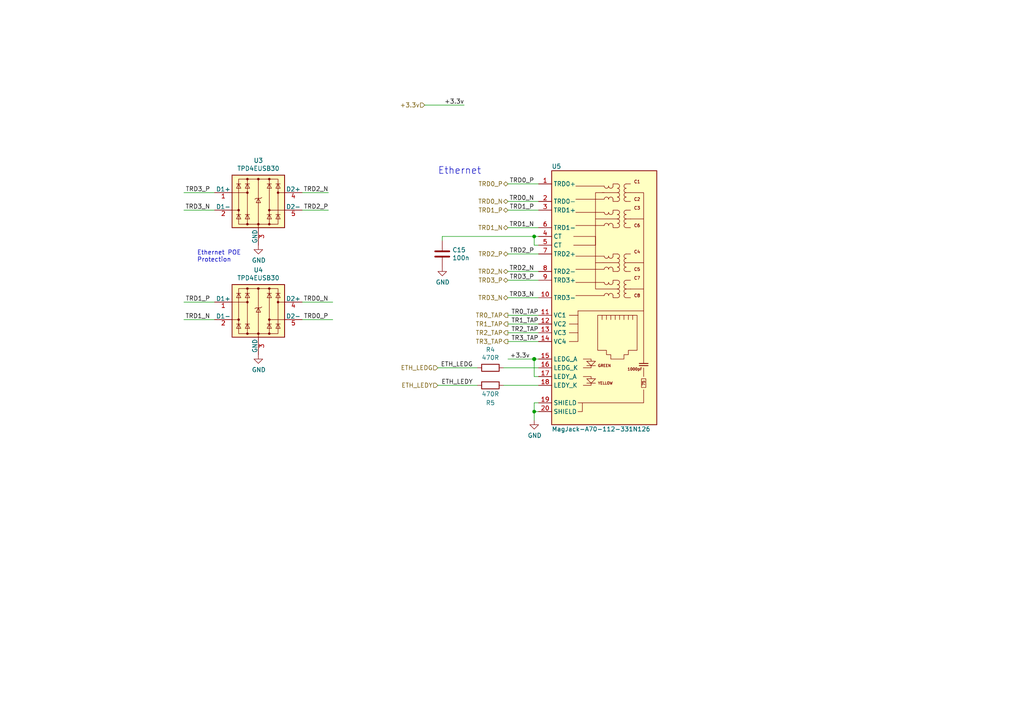
<source format=kicad_sch>
(kicad_sch (version 20210406) (generator eeschema)
  (paper "A4")
  (lib_symbols
    (symbol "CM4IO:MagJack-A70-112-331N126"
      (property "Reference" "U" (at 0 0 0))
      (property "Value" "MagJack-A70-112-331N126" (at 0 0 0))
      (symbol "MagJack-A70-112-331N126_0_1"
        (polyline (pts (xy 1.27 40.64) (xy -5.08 40.64) (xy -5.08 48.26) (xy -2.54 48.26) (xy -5.08 48.26)))
        (polyline (pts (xy 1.27 60.96) (xy -5.08 60.96) (xy -5.08 68.58) (xy -2.54 68.58) (xy -5.08 68.58)))
      )
      (symbol "MagJack-A70-112-331N126_1_1"
        (arc (start -1.27 38.735) (end -2.54 38.735) (radius (at -1.905 38.735) (length 0.635) (angles 0.1 179.9)))
        (arc (start -2.54 42.545) (end -1.27 42.545) (radius (at -1.905 42.545) (length 0.635) (angles -179.9 -0.1)))
        (arc (start -1.27 46.355) (end -2.54 46.355) (radius (at -1.905 46.355) (length 0.635) (angles 0.1 179.9)))
        (arc (start -2.54 50.165) (end -1.27 50.165) (radius (at -1.905 50.165) (length 0.635) (angles -179.9 -0.1)))
        (arc (start -1.27 59.055) (end -2.54 59.055) (radius (at -1.905 59.055) (length 0.635) (angles 0.1 179.9)))
        (arc (start -2.54 62.865) (end -1.27 62.865) (radius (at -1.905 62.865) (length 0.635) (angles -179.9 -0.1)))
        (arc (start -1.27 66.675) (end -2.54 66.675) (radius (at -1.905 66.675) (length 0.635) (angles 0.1 179.9)))
        (arc (start -2.54 70.485) (end -1.27 70.485) (radius (at -1.905 70.485) (length 0.635) (angles -179.9 -0.1)))
        (arc (start 0 38.735) (end -1.27 38.735) (radius (at -0.635 38.735) (length 0.635) (angles 0.1 179.9)))
        (arc (start -1.27 42.545) (end 0 42.545) (radius (at -0.635 42.545) (length 0.635) (angles -179.9 -0.1)))
        (arc (start 0 46.355) (end -1.27 46.355) (radius (at -0.635 46.355) (length 0.635) (angles 0.1 179.9)))
        (arc (start -1.27 50.165) (end 0 50.165) (radius (at -0.635 50.165) (length 0.635) (angles -179.9 -0.1)))
        (arc (start 0 59.055) (end -1.27 59.055) (radius (at -0.635 59.055) (length 0.635) (angles 0.1 179.9)))
        (arc (start -1.27 62.865) (end 0 62.865) (radius (at -0.635 62.865) (length 0.635) (angles -179.9 -0.1)))
        (arc (start 0 66.675) (end -1.27 66.675) (radius (at -0.635 66.675) (length 0.635) (angles 0.1 179.9)))
        (arc (start -1.27 70.485) (end 0 70.485) (radius (at -0.635 70.485) (length 0.635) (angles -179.9 -0.1)))
        (arc (start 1.27 38.1) (end 1.27 39.37) (radius (at 1.27 38.735) (length 0.635) (angles -89.9 89.9)))
        (arc (start 1.27 39.37) (end 1.27 40.64) (radius (at 1.27 40.005) (length 0.635) (angles -89.9 89.9)))
        (arc (start 1.27 40.64) (end 1.27 41.91) (radius (at 1.27 41.275) (length 0.635) (angles -89.9 89.9)))
        (arc (start 1.27 41.91) (end 1.27 43.18) (radius (at 1.27 42.545) (length 0.635) (angles -89.9 89.9)))
        (arc (start 1.27 45.72) (end 1.27 46.99) (radius (at 1.27 46.355) (length 0.635) (angles -89.9 89.9)))
        (arc (start 1.27 46.99) (end 1.27 48.26) (radius (at 1.27 47.625) (length 0.635) (angles -89.9 89.9)))
        (arc (start 1.27 48.26) (end 1.27 49.53) (radius (at 1.27 48.895) (length 0.635) (angles -89.9 89.9)))
        (arc (start 1.27 49.53) (end 1.27 50.8) (radius (at 1.27 50.165) (length 0.635) (angles -89.9 89.9)))
        (arc (start 1.27 58.42) (end 1.27 59.69) (radius (at 1.27 59.055) (length 0.635) (angles -89.9 89.9)))
        (arc (start 1.27 59.69) (end 1.27 60.96) (radius (at 1.27 60.325) (length 0.635) (angles -89.9 89.9)))
        (arc (start 1.27 60.96) (end 1.27 62.23) (radius (at 1.27 61.595) (length 0.635) (angles -89.9 89.9)))
        (arc (start 1.27 62.23) (end 1.27 63.5) (radius (at 1.27 62.865) (length 0.635) (angles -89.9 89.9)))
        (arc (start 1.27 66.04) (end 1.27 67.31) (radius (at 1.27 66.675) (length 0.635) (angles -89.9 89.9)))
        (arc (start 1.27 67.31) (end 1.27 68.58) (radius (at 1.27 67.945) (length 0.635) (angles -89.9 89.9)))
        (arc (start 1.27 68.58) (end 1.27 69.85) (radius (at 1.27 69.215) (length 0.635) (angles -89.9 89.9)))
        (arc (start 1.27 69.85) (end 1.27 71.12) (radius (at 1.27 70.485) (length 0.635) (angles -89.9 89.9)))
        (arc (start 3.81 39.37) (end 3.81 38.1) (radius (at 3.81 38.735) (length 0.635) (angles 90.1 -90.1)))
        (arc (start 3.81 40.64) (end 3.81 39.37) (radius (at 3.81 40.005) (length 0.635) (angles 90.1 -90.1)))
        (arc (start 3.81 41.91) (end 3.81 40.64) (radius (at 3.81 41.275) (length 0.635) (angles 90.1 -90.1)))
        (arc (start 3.81 43.18) (end 3.81 41.91) (radius (at 3.81 42.545) (length 0.635) (angles 90.1 -90.1)))
        (arc (start 3.81 46.99) (end 3.81 45.72) (radius (at 3.81 46.355) (length 0.635) (angles 90.1 -90.1)))
        (arc (start 3.81 48.26) (end 3.81 46.99) (radius (at 3.81 47.625) (length 0.635) (angles 90.1 -90.1)))
        (arc (start 3.81 49.53) (end 3.81 48.26) (radius (at 3.81 48.895) (length 0.635) (angles 90.1 -90.1)))
        (arc (start 3.81 50.8) (end 3.81 49.53) (radius (at 3.81 50.165) (length 0.635) (angles 90.1 -90.1)))
        (arc (start 3.81 59.69) (end 3.81 58.42) (radius (at 3.81 59.055) (length 0.635) (angles 90.1 -90.1)))
        (arc (start 3.81 60.96) (end 3.81 59.69) (radius (at 3.81 60.325) (length 0.635) (angles 90.1 -90.1)))
        (arc (start 3.81 62.23) (end 3.81 60.96) (radius (at 3.81 61.595) (length 0.635) (angles 90.1 -90.1)))
        (arc (start 3.81 63.5) (end 3.81 62.23) (radius (at 3.81 62.865) (length 0.635) (angles 90.1 -90.1)))
        (arc (start 3.81 67.31) (end 3.81 66.04) (radius (at 3.81 66.675) (length 0.635) (angles 90.1 -90.1)))
        (arc (start 3.81 68.58) (end 3.81 67.31) (radius (at 3.81 67.945) (length 0.635) (angles 90.1 -90.1)))
        (arc (start 3.81 69.85) (end 3.81 68.58) (radius (at 3.81 69.215) (length 0.635) (angles 90.1 -90.1)))
        (arc (start 3.81 71.12) (end 3.81 69.85) (radius (at 3.81 70.485) (length 0.635) (angles 90.1 -90.1)))
        (text "1000pF" (at 6.35 17.399 0) (effects (font (size 0.762 0.762))))
        (text "75" (at 8.89 13.335 900) (effects (font (size 0.762 0.762))))
        (text "C1" (at 6.985 71.755 0) (effects (font (size 0.889 0.889))))
        (text "C2" (at 6.985 66.675 0) (effects (font (size 0.889 0.889))))
        (text "C3" (at 6.985 64.135 0) (effects (font (size 0.889 0.889))))
        (text "C4" (at 6.985 51.435 0) (effects (font (size 0.889 0.889))))
        (text "C5" (at 6.985 46.355 0) (effects (font (size 0.889 0.889))))
        (text "C6" (at 6.985 59.055 0) (effects (font (size 0.889 0.889))))
        (text "C7" (at 6.985 43.815 0) (effects (font (size 0.889 0.889))))
        (text "C8" (at 6.985 38.735 0) (effects (font (size 0.889 0.889))))
        (text "GREEN" (at -4.445 18.415 0) (effects (font (size 0.762 0.762)) (justify left)))
        (text "YELLOW" (at -4.445 13.335 0) (effects (font (size 0.762 0.762)) (justify left)))
        (rectangle (start 9.525 12.065) (end 8.255 14.605))
        (rectangle (start -17.78 1.27) (end 12.7 74.93) (stroke (width 0.254)) (fill (type background)))
        (polyline (pts (xy -12.7 27.94) (xy -10.16 27.94)))
        (polyline (pts (xy -12.7 30.48) (xy -10.16 30.48)))
        (polyline (pts (xy -12.7 33.02) (xy -10.16 33.02)))
        (polyline (pts (xy -10.16 33.02) (xy -10.16 34.29)))
        (polyline (pts (xy -5.08 13.335) (xy -7.62 13.335)))
        (polyline (pts (xy -5.08 18.415) (xy -7.62 18.415)))
        (polyline (pts (xy -5.08 48.26) (xy -5.08 60.96)))
        (polyline (pts (xy -3.175 31.75) (xy -3.175 33.02)))
        (polyline (pts (xy -3.175 48.26) (xy 1.27 48.26)))
        (polyline (pts (xy -3.175 68.58) (xy 1.27 68.58)))
        (polyline (pts (xy -2.54 38.735) (xy -10.795 38.735)))
        (polyline (pts (xy -2.54 42.545) (xy -10.795 42.545)))
        (polyline (pts (xy -2.54 46.355) (xy -10.795 46.355)))
        (polyline (pts (xy -2.54 50.165) (xy -10.795 50.165)))
        (polyline (pts (xy -2.54 59.055) (xy -10.795 59.055)))
        (polyline (pts (xy -2.54 62.865) (xy -10.795 62.865)))
        (polyline (pts (xy -2.54 66.675) (xy -10.795 66.675)))
        (polyline (pts (xy -2.54 70.485) (xy -10.795 70.485)))
        (polyline (pts (xy -1.905 33.02) (xy -1.905 31.75)))
        (polyline (pts (xy -0.635 33.02) (xy -0.635 31.75)))
        (polyline (pts (xy 0.635 33.02) (xy 0.635 31.75)))
        (polyline (pts (xy 1.905 33.02) (xy 1.905 31.75)))
        (polyline (pts (xy 3.175 33.02) (xy 3.175 31.75)))
        (polyline (pts (xy 3.81 38.1) (xy 5.08 38.1)))
        (polyline (pts (xy 3.81 40.64) (xy 5.08 40.64)))
        (polyline (pts (xy 3.81 43.18) (xy 5.08 43.18)))
        (polyline (pts (xy 3.81 45.72) (xy 5.08 45.72)))
        (polyline (pts (xy 3.81 48.26) (xy 5.08 48.26)))
        (polyline (pts (xy 3.81 50.8) (xy 5.08 50.8)))
        (polyline (pts (xy 3.81 58.42) (xy 5.08 58.42)))
        (polyline (pts (xy 3.81 60.96) (xy 5.08 60.96)))
        (polyline (pts (xy 3.81 63.5) (xy 5.08 63.5)))
        (polyline (pts (xy 3.81 66.04) (xy 5.08 66.04)))
        (polyline (pts (xy 3.81 68.58) (xy 5.08 68.58)))
        (polyline (pts (xy 3.81 71.12) (xy 5.08 71.12)))
        (polyline (pts (xy 4.445 31.75) (xy 4.445 33.02)))
        (polyline (pts (xy 5.08 40.64) (xy 8.89 40.64)))
        (polyline (pts (xy 5.08 48.26) (xy 8.89 48.26)))
        (polyline (pts (xy 5.08 60.96) (xy 8.89 60.96)))
        (polyline (pts (xy 5.715 31.75) (xy 5.715 33.02)))
        (polyline (pts (xy 7.62 18.415) (xy 10.16 18.415)) (stroke (width 0.254)))
        (polyline (pts (xy 7.62 19.05) (xy 10.16 19.05)) (stroke (width 0.254)))
        (polyline (pts (xy 8.89 15.24) (xy 8.89 17.78)))
        (polyline (pts (xy 8.89 19.05) (xy 8.89 34.29)))
        (polyline (pts (xy -10.16 33.02) (xy -10.16 25.4) (xy -12.7 25.4)))
        (polyline (pts (xy -8.636 12.7) (xy -6.35 12.7) (xy -6.35 13.335)))
        (polyline (pts (xy -8.636 15.24) (xy -6.35 15.24) (xy -6.35 14.605)))
        (polyline (pts (xy -8.636 20.32) (xy -6.35 20.32) (xy -6.35 19.685)))
        (polyline (pts (xy -6.35 18.415) (xy -6.35 17.78) (xy -8.636 17.78)))
        (polyline (pts (xy 0 38.735) (xy 0 38.1) (xy 1.27 38.1)))
        (polyline (pts (xy 0 46.355) (xy 0 45.72) (xy 1.27 45.72)))
        (polyline (pts (xy 0 59.055) (xy 0 58.42) (xy 1.27 58.42)))
        (polyline (pts (xy 0 66.675) (xy 0 66.04) (xy 1.27 66.04)))
        (polyline (pts (xy 1.27 43.18) (xy 0 43.18) (xy 0 42.545)))
        (polyline (pts (xy 1.27 50.8) (xy 0 50.8) (xy 0 50.165)))
        (polyline (pts (xy 1.27 63.5) (xy 0 63.5) (xy 0 62.865)))
        (polyline (pts (xy 1.27 71.12) (xy 0 71.12) (xy 0 70.485)))
        (polyline (pts (xy -11.43 53.34) (xy -5.08 53.34) (xy -5.08 55.88) (xy -11.43 55.88)))
        (polyline (pts (xy -10.16 34.29) (xy 8.89 34.29) (xy 8.89 68.58) (xy 5.08 68.58)))
        (polyline (pts (xy -7.62 19.685) (xy -5.08 19.685) (xy -6.35 18.415) (xy -7.62 19.685)))
        (polyline (pts (xy -5.08 14.605) (xy -7.62 14.605) (xy -6.35 13.335) (xy -5.08 14.605)))
        (polyline (pts (xy -10.16 5.08) (xy -8.89 5.08) (xy -8.89 7.62) (xy -10.16 7.62) (xy -8.89 7.62) (xy 8.89 7.62) (xy 8.89 11.43)))
        (polyline (pts (xy -4.445 33.02) (xy 6.985 33.02) (xy 6.985 22.86) (xy 4.445 22.86) (xy 4.445 21.59) (xy 3.175 21.59) (xy 3.175 20.32) (xy -0.635 20.32) (xy -0.635 21.59) (xy -1.905 21.59) (xy -1.905 22.86) (xy -4.445 22.86) (xy -4.445 33.02)))
        (pin passive line (at -21.59 71.12 0) (length 3.81) (name "TRD0+") (number "1"))
        (pin passive line (at -21.59 38.1 0) (length 3.81) (name "TRD3-") (number "10"))
        (pin passive line (at -21.59 33.02 0) (length 3.81) (name "VC1") (number "11"))
        (pin passive line (at -21.59 30.48 0) (length 3.81) (name "VC2") (number "12"))
        (pin passive line (at -21.59 27.94 0) (length 3.81) (name "VC3") (number "13"))
        (pin passive line (at -21.59 25.4 0) (length 3.81) (name "VC4") (number "14"))
        (pin passive line (at -21.59 20.32 0) (length 3.81) (name "LEDG_A") (number "15"))
        (pin passive line (at -21.59 17.78 0) (length 3.81) (name "LEDG_K") (number "16"))
        (pin passive line (at -21.59 15.24 0) (length 3.81) (name "LEDY_A") (number "17"))
        (pin passive line (at -21.59 12.7 0) (length 3.81) (name "LEDY_K") (number "18"))
        (pin passive line (at -21.59 7.62 0) (length 3.81) (name "SHIELD") (number "19"))
        (pin passive line (at -21.59 66.04 0) (length 3.81) (name "TRD0-") (number "2"))
        (pin passive line (at -21.59 5.08 0) (length 3.81) (name "SHIELD") (number "20"))
        (pin passive line (at -21.59 63.5 0) (length 3.81) (name "TRD1+") (number "3"))
        (pin passive line (at -21.59 55.88 0) (length 3.81) (name "CT") (number "4"))
        (pin passive line (at -21.59 53.34 0) (length 3.81) (name "CT") (number "5"))
        (pin passive line (at -21.59 58.42 0) (length 3.81) (name "TRD1-") (number "6"))
        (pin passive line (at -21.59 50.8 0) (length 3.81) (name "TRD2+") (number "7"))
        (pin passive line (at -21.59 45.72 0) (length 3.81) (name "TRD2-") (number "8"))
        (pin passive line (at -21.59 43.18 0) (length 3.81) (name "TRD3+") (number "9"))
      )
    )
    (symbol "CM4IO:TPD4EUSB30" (pin_names (offset 0))
      (property "Reference" "U" (at -0.635 8.89 0))
      (property "Value" "TPD4EUSB30" (at 8.89 -10.16 0))
      (symbol "TPD4EUSB30_0_0"
        (rectangle (start -5.715 6.477) (end 5.715 -6.604))
        (polyline (pts (xy -3.175 -6.604) (xy -3.175 6.477)))
        (polyline (pts (xy 0 6.477) (xy 0 -6.604)))
        (polyline (pts (xy 3.175 6.477) (xy 3.175 -6.604)))
      )
      (symbol "TPD4EUSB30_0_1"
        (circle (center -5.715 -2.54) (radius 0.2794) (fill (type outline)))
        (circle (center -3.175 -6.604) (radius 0.2794) (fill (type outline)))
        (circle (center -3.175 2.54) (radius 0.2794) (fill (type outline)))
        (circle (center -3.175 6.477) (radius 0.2794) (fill (type outline)))
        (circle (center 0 -6.604) (radius 0.2794) (fill (type outline)))
        (circle (center 0 6.477) (radius 0.2794) (fill (type outline)))
        (circle (center 3.175 -6.604) (radius 0.2794) (fill (type outline)))
        (circle (center 3.175 -2.54) (radius 0.2794) (fill (type outline)))
        (circle (center 3.175 6.477) (radius 0.2794) (fill (type outline)))
        (circle (center 5.715 2.54) (radius 0.2794) (fill (type outline)))
        (rectangle (start -7.62 7.62) (end 7.62 -7.62) (stroke (width 0.254)) (fill (type background)))
        (polyline (pts (xy -7.747 2.54) (xy -3.175 2.54)))
        (polyline (pts (xy -7.62 -2.54) (xy -5.715 -2.54)))
        (polyline (pts (xy -5.08 -3.81) (xy -6.35 -3.81)))
        (polyline (pts (xy -5.08 5.08) (xy -6.35 5.08)))
        (polyline (pts (xy -2.54 -3.81) (xy -3.81 -3.81)))
        (polyline (pts (xy -2.54 5.08) (xy -3.81 5.08)))
        (polyline (pts (xy -0.635 0.889) (xy -1.016 0.635)))
        (polyline (pts (xy 0 -6.604) (xy 0 -7.62)))
        (polyline (pts (xy 0.635 0.889) (xy -0.635 0.889)))
        (polyline (pts (xy 0.635 0.889) (xy 1.016 1.143)))
        (polyline (pts (xy 3.81 -3.81) (xy 2.54 -3.81)))
        (polyline (pts (xy 3.81 5.08) (xy 2.54 5.08)))
        (polyline (pts (xy 6.35 -3.81) (xy 5.08 -3.81)))
        (polyline (pts (xy 6.35 5.08) (xy 5.08 5.08)))
        (polyline (pts (xy 7.62 -2.54) (xy 3.175 -2.54)))
        (polyline (pts (xy 7.62 2.54) (xy 5.715 2.54)))
        (polyline (pts (xy -5.08 -5.08) (xy -6.35 -5.08) (xy -5.715 -3.81) (xy -5.08 -5.08)))
        (polyline (pts (xy -5.08 3.81) (xy -6.35 3.81) (xy -5.715 5.08) (xy -5.08 3.81)))
        (polyline (pts (xy -2.54 -5.08) (xy -3.81 -5.08) (xy -3.175 -3.81) (xy -2.54 -5.08)))
        (polyline (pts (xy -2.54 3.81) (xy -3.81 3.81) (xy -3.175 5.08) (xy -2.54 3.81)))
        (polyline (pts (xy 0.635 -0.381) (xy -0.635 -0.381) (xy 0 0.889) (xy 0.635 -0.381)))
        (polyline (pts (xy 3.81 -5.08) (xy 2.54 -5.08) (xy 3.175 -3.81) (xy 3.81 -5.08)))
        (polyline (pts (xy 3.81 3.81) (xy 2.54 3.81) (xy 3.175 5.08) (xy 3.81 3.81)))
        (polyline (pts (xy 6.35 -5.08) (xy 5.08 -5.08) (xy 5.715 -3.81) (xy 6.35 -5.08)))
        (polyline (pts (xy 6.35 3.81) (xy 5.08 3.81) (xy 5.715 5.08) (xy 6.35 3.81)))
      )
      (symbol "TPD4EUSB30_1_1"
        (pin passive line (at -12.7 2.54 0) (length 5.08) (name "D1+") (number "1"))
        (pin passive line (at -12.7 2.54 0) (length 5.08) hide (name "~") (number "10"))
        (pin passive line (at -12.7 -2.54 0) (length 5.08) (name "D1-") (number "2"))
        (pin power_in line (at 0 -12.7 90) (length 5.08) (name "GND") (number "3"))
        (pin passive line (at 12.7 2.54 180) (length 5.08) (name "D2+") (number "4"))
        (pin passive line (at 12.7 -2.54 180) (length 5.08) (name "D2-") (number "5"))
        (pin passive line (at 12.7 -2.54 180) (length 5.08) hide (name "~") (number "6"))
        (pin passive line (at 12.7 2.54 180) (length 5.08) hide (name "~") (number "7"))
        (pin passive line (at 0 -12.7 90) (length 5.08) hide (name "GND") (number "8"))
        (pin passive line (at -12.7 -2.54 0) (length 5.08) hide (name "~") (number "9"))
      )
    )
    (symbol "Device:C" (pin_numbers hide) (pin_names (offset 0.254))
      (property "Reference" "C" (at 0.635 2.54 0))
      (property "Value" "C" (at 0.635 -2.54 0))
      (symbol "C_0_1"
        (polyline (pts (xy -2.032 -0.762) (xy 2.032 -0.762)) (stroke (width 0.508)))
        (polyline (pts (xy -2.032 0.762) (xy 2.032 0.762)) (stroke (width 0.508)))
      )
      (symbol "C_1_1"
        (pin passive line (at 0 3.81 270) (length 2.794) (name "~") (number "1"))
        (pin passive line (at 0 -3.81 90) (length 2.794) (name "~") (number "2"))
      )
    )
    (symbol "Device:R" (pin_numbers hide) (pin_names (offset 0))
      (property "Reference" "R" (at 2.032 0 90))
      (property "Value" "R" (at 0 0 90))
      (symbol "R_0_1"
        (rectangle (start -1.016 -2.54) (end 1.016 2.54) (stroke (width 0.254)))
      )
      (symbol "R_1_1"
        (pin passive line (at 0 3.81 270) (length 1.27) (name "~") (number "1"))
        (pin passive line (at 0 -3.81 90) (length 1.27) (name "~") (number "2"))
      )
    )
    (symbol "power:GND" (power) (pin_names (offset 0))
      (property "Value" "GND" (at 0 -3.81 0))
      (symbol "GND_0_1"
        (polyline (pts (xy 0 0) (xy 0 -1.27) (xy 1.27 -1.27) (xy 0 -2.54) (xy -1.27 -1.27) (xy 0 -1.27)))
      )
      (symbol "GND_1_1"
        (pin power_in line (at 0 0 270) (length 0) hide (name "GND") (number "1"))
      )
    )
  )
  (junction (at 154.94 68.58) (diameter 0.9144))
  (junction (at 154.94 104.14) (diameter 1.016))
  (junction (at 154.94 119.38) (diameter 0.9144))
  (wire (pts (xy 53.34 55.88) (xy 62.23 55.88)))
  (wire (pts (xy 53.34 60.96) (xy 62.23 60.96)))
  (wire (pts (xy 53.34 87.63) (xy 62.23 87.63)))
  (wire (pts (xy 62.23 92.71) (xy 53.34 92.71)))
  (wire (pts (xy 87.63 55.88) (xy 95.25 55.88)))
  (wire (pts (xy 87.63 60.96) (xy 95.25 60.96)))
  (wire (pts (xy 87.63 87.63) (xy 96.52 87.63)))
  (wire (pts (xy 87.63 92.71) (xy 96.52 92.71)))
  (wire (pts (xy 123.19 30.48) (xy 134.62 30.48)))
  (wire (pts (xy 127 106.68) (xy 138.43 106.68)))
  (wire (pts (xy 127 111.76) (xy 138.43 111.76)))
  (wire (pts (xy 128.27 68.58) (xy 154.94 68.58)))
  (wire (pts (xy 128.27 69.85) (xy 128.27 68.58)))
  (wire (pts (xy 146.05 106.68) (xy 156.21 106.68)))
  (wire (pts (xy 146.05 111.76) (xy 156.21 111.76)))
  (wire (pts (xy 147.32 53.34) (xy 156.21 53.34)))
  (wire (pts (xy 147.32 58.42) (xy 156.21 58.42)))
  (wire (pts (xy 147.32 60.96) (xy 156.21 60.96)))
  (wire (pts (xy 147.32 66.04) (xy 156.21 66.04)))
  (wire (pts (xy 147.32 73.66) (xy 156.21 73.66)))
  (wire (pts (xy 147.32 78.74) (xy 156.21 78.74)))
  (wire (pts (xy 147.32 81.28) (xy 156.21 81.28)))
  (wire (pts (xy 147.32 86.36) (xy 156.21 86.36)))
  (wire (pts (xy 147.32 91.44) (xy 156.21 91.44)))
  (wire (pts (xy 147.32 93.98) (xy 156.21 93.98)))
  (wire (pts (xy 147.32 96.52) (xy 156.21 96.52)))
  (wire (pts (xy 147.32 99.06) (xy 156.21 99.06)))
  (wire (pts (xy 147.32 104.14) (xy 154.94 104.14)))
  (wire (pts (xy 154.94 71.12) (xy 154.94 68.58)))
  (wire (pts (xy 154.94 104.14) (xy 156.21 104.14)))
  (wire (pts (xy 154.94 109.22) (xy 154.94 104.14)))
  (wire (pts (xy 154.94 116.84) (xy 154.94 119.38)))
  (wire (pts (xy 154.94 116.84) (xy 156.21 116.84)))
  (wire (pts (xy 154.94 119.38) (xy 154.94 121.92)))
  (wire (pts (xy 154.94 119.38) (xy 156.21 119.38)))
  (wire (pts (xy 156.21 68.58) (xy 154.94 68.58)))
  (wire (pts (xy 156.21 71.12) (xy 154.94 71.12)))
  (wire (pts (xy 156.21 109.22) (xy 154.94 109.22)))
  (text "Ethernet POE\nProtection" (at 57.15 76.2 0) (effects (font (size 1.27 1.27)) (justify left bottom)))
  (text "Ethernet" (at 127 50.8 0) (effects (font (size 2.0066 2.0066)) (justify left bottom)))
  (label "TRD3_P" (at 60.96 55.88 180))
  (label "TRD3_N" (at 60.96 60.96 180))
  (label "TRD1_P" (at 60.96 87.63 180))
  (label "TRD1_N" (at 60.96 92.71 180))
  (label "TRD2_N" (at 95.25 55.88 180))
  (label "TRD2_P" (at 95.25 60.96 180))
  (label "TRD0_N" (at 95.25 87.63 180))
  (label "TRD0_P" (at 95.25 92.71 180))
  (label "+3.3v" (at 134.62 30.48 180))
  (label "ETH_LEDG" (at 137.16 106.68 180))
  (label "ETH_LEDY" (at 137.16 111.76 180))
  (label "+3.3v" (at 153.67 104.14 180))
  (label "TRD0_P" (at 154.94 53.34 180))
  (label "TRD0_N" (at 154.94 58.42 180))
  (label "TRD1_P" (at 154.94 60.96 180))
  (label "TRD1_N" (at 154.94 66.04 180))
  (label "TRD2_P" (at 154.94 73.66 180))
  (label "TRD2_N" (at 154.94 78.74 180))
  (label "TRD3_P" (at 154.94 81.28 180))
  (label "TRD3_N" (at 154.94 86.36 180))
  (label "TR0_TAP" (at 156.21 91.44 180))
  (label "TR1_TAP" (at 156.21 93.98 180))
  (label "TR2_TAP" (at 156.21 96.52 180))
  (label "TR3_TAP" (at 156.21 99.06 180))
  (hierarchical_label "+3.3v" (shape input) (at 123.19 30.48 180))
  (hierarchical_label "ETH_LEDG" (shape input) (at 127 106.68 180))
  (hierarchical_label "ETH_LEDY" (shape input) (at 127 111.76 180))
  (hierarchical_label "TRD0_P" (shape bidirectional) (at 147.32 53.34 180))
  (hierarchical_label "TRD0_N" (shape bidirectional) (at 147.32 58.42 180))
  (hierarchical_label "TRD1_P" (shape bidirectional) (at 147.32 60.96 180))
  (hierarchical_label "TRD1_N" (shape bidirectional) (at 147.32 66.04 180))
  (hierarchical_label "TRD2_P" (shape bidirectional) (at 147.32 73.66 180))
  (hierarchical_label "TRD2_N" (shape bidirectional) (at 147.32 78.74 180))
  (hierarchical_label "TRD3_P" (shape bidirectional) (at 147.32 81.28 180))
  (hierarchical_label "TRD3_N" (shape bidirectional) (at 147.32 86.36 180))
  (hierarchical_label "TR0_TAP" (shape output) (at 147.32 91.44 180))
  (hierarchical_label "TR1_TAP" (shape output) (at 147.32 93.98 180))
  (hierarchical_label "TR2_TAP" (shape output) (at 147.32 96.52 180))
  (hierarchical_label "TR3_TAP" (shape output) (at 147.32 99.06 180))
  (symbol (lib_id "power:GND") (at 74.93 71.12 0) (unit 1)
    (property "Reference" "#PWR068" (effects hide))
    (property "Value" "GND" (at 75.057 75.5142 0))
  )
  (symbol (lib_id "power:GND") (at 74.93 102.87 0) (unit 1)
    (property "Reference" "#PWR070" (effects hide))
    (property "Value" "GND" (at 75.057 107.2642 0))
  )
  (symbol (lib_id "power:GND") (at 128.27 77.47 0) (unit 1)
    (property "Reference" "#PWR069" (effects hide))
    (property "Value" "GND" (at 128.397 81.8642 0))
  )
  (symbol (lib_id "power:GND") (at 154.94 121.92 0) (unit 1)
    (property "Reference" "#PWR071" (effects hide))
    (property "Value" "GND" (at 155.067 126.3142 0))
  )
  (symbol (lib_id "Device:R") (at 142.24 106.68 270) (unit 1)
    (property "Reference" "R4" (at 142.24 101.4222 90))
    (property "Value" "470R" (at 142.24 103.7336 90))
    (property "Footprint" "Resistor_SMD:R_0402_1005Metric" (effects hide))
    (property "Datasheet" "https://fscdn.rohm.com/en/products/databook/datasheet/passive/resistor/chip_resistor/mcr-e.pdf" (effects hide))
    (property "Field4" "Farnell" (effects hide))
    (property "Field5" "9239197" (effects hide))
    (property "Field7" "KOA EUROPE GMBH" (effects hide))
    (property "Field6" "RK73G1ETQTP4700D         " (effects hide))
    (property "Field8" "120887981" (effects hide))
    (property "Part Description" "Resistor 470R M1005 1% 63mW" (effects hide))
  )
  (symbol (lib_id "Device:R") (at 142.24 111.76 270) (unit 1)
    (property "Reference" "R5" (at 142.24 116.84 90))
    (property "Value" "470R" (at 142.24 114.3 90))
    (property "Footprint" "Resistor_SMD:R_0402_1005Metric" (effects hide))
    (property "Datasheet" "https://fscdn.rohm.com/en/products/databook/datasheet/passive/resistor/chip_resistor/mcr-e.pdf" (effects hide))
    (property "Field4" "Farnell" (effects hide))
    (property "Field5" "9239197" (effects hide))
    (property "Field7" "KOA EUROPE GMBH" (effects hide))
    (property "Field6" "RK73G1ETQTP4700D         " (effects hide))
    (property "Field8" "120887981" (effects hide))
    (property "Part Description" "Resistor 470R M1005 1% 63mW" (effects hide))
  )
  (symbol (lib_id "Device:C") (at 128.27 73.66 0) (unit 1)
    (property "Reference" "C15" (at 131.191 72.4916 0) (effects (justify left)))
    (property "Value" "100n" (at 131.191 74.803 0) (effects (justify left)))
    (property "Footprint" "Capacitor_SMD:C_0402_1005Metric" (effects hide))
    (property "Datasheet" "https://search.murata.co.jp/Ceramy/image/img/A01X/G101/ENG/GRM155R71C104KA88-01.pdf" (effects hide))
    (property "Field4" "Farnell" (effects hide))
    (property "Field5" "2611911" (effects hide))
    (property "Field6" "RM EMK105 B7104KV-F" (effects hide))
    (property "Field7" "TAIYO YUDEN EUROPE GMBH" (effects hide))
    (property "Part Description" "	0.1uF 10% 16V Ceramic Capacitor X7R 0402 (1005 Metric)" (effects hide))
    (property "Field8" "110091611" (effects hide))
  )
  (symbol (lib_id "CM4IO:TPD4EUSB30") (at 74.93 58.42 0) (unit 1)
    (property "Reference" "U3" (at 74.93 46.5582 0))
    (property "Value" "TPD4EUSB30" (at 74.93 48.8696 0))
    (property "Footprint" "Package_SON:USON-10_2.5x1.0mm_P0.5mm" (effects hide))
    (property "Datasheet" "http://www.ti.com/lit/ds/symlink/tpd2eusb30a.pdf" (effects hide))
    (property "Field4" "Farnell" (effects hide))
    (property "Field5" "2335455" (effects hide))
    (property "Field6" "CDDFN10-3324P-13" (effects hide))
    (property "Field7" "Bourns" (effects hide))
    (property "Field8" "UDIO00346" (effects hide))
    (property "Part Description" "Quad TVS diode for high speed signals (USB3, GigE etc.)" (effects hide))
  )
  (symbol (lib_id "CM4IO:TPD4EUSB30") (at 74.93 90.17 0) (unit 1)
    (property "Reference" "U4" (at 74.93 78.3082 0))
    (property "Value" "TPD4EUSB30" (at 74.93 80.6196 0))
    (property "Footprint" "Package_SON:USON-10_2.5x1.0mm_P0.5mm" (effects hide))
    (property "Datasheet" "http://www.ti.com/lit/ds/symlink/tpd2eusb30a.pdf" (effects hide))
    (property "Field4" "Farnell" (effects hide))
    (property "Field5" "2335455" (effects hide))
    (property "Field6" "CDDFN10-3324P-13" (effects hide))
    (property "Field7" "Bourns" (effects hide))
    (property "Field8" "UDIO00346" (effects hide))
    (property "Part Description" "Quad TVS diode for high speed signals (USB3, GigE etc.)" (effects hide))
  )
  (symbol (lib_id "CM4IO:MagJack-A70-112-331N126") (at 177.8 124.46 0) (unit 1)
    (property "Reference" "U5" (at 160.02 48.26 0) (effects (justify left)))
    (property "Value" "MagJack-A70-112-331N126" (at 160.02 124.46 0) (effects (justify left)))
    (property "Footprint" "cm4crypto:TRJG0926HENL" (effects hide))
    (property "Datasheet" "https://p.globalsources.com/IMAGES/PDT/SPEC/690/K1160305690.pdf" (effects hide))
    (property "Field6" "TRJG0926HENL" (effects hide))
    (property "Field7" "Trxcon" (effects hide))
    (property "Field8" "UCON00900" (effects hide))
    (property "Part Description" "Gigabit Ethernet Magjack" (effects hide))
  )
)
</source>
